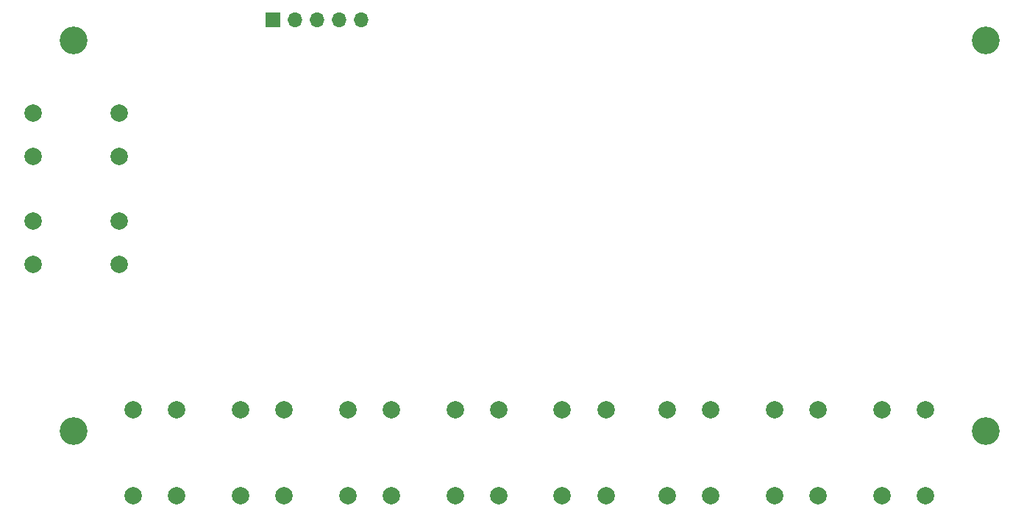
<source format=gbr>
%TF.GenerationSoftware,KiCad,Pcbnew,7.0.2-0*%
%TF.CreationDate,2024-06-30T17:20:26-07:00*%
%TF.ProjectId,Robosub_Power,526f626f-7375-4625-9f50-6f7765722e6b,rev?*%
%TF.SameCoordinates,Original*%
%TF.FileFunction,Soldermask,Bot*%
%TF.FilePolarity,Negative*%
%FSLAX46Y46*%
G04 Gerber Fmt 4.6, Leading zero omitted, Abs format (unit mm)*
G04 Created by KiCad (PCBNEW 7.0.2-0) date 2024-06-30 17:20:26*
%MOMM*%
%LPD*%
G01*
G04 APERTURE LIST*
%ADD10C,2.004000*%
%ADD11C,3.200000*%
%ADD12R,1.700000X1.700000*%
%ADD13O,1.700000X1.700000*%
G04 APERTURE END LIST*
D10*
%TO.C,J6*%
X271800000Y-190517500D03*
X271800000Y-180617500D03*
X266800000Y-190517500D03*
X266800000Y-180617500D03*
%TD*%
%TO.C,J2*%
X205882500Y-151400000D03*
X215782500Y-151400000D03*
X205882500Y-146400000D03*
X215782500Y-146400000D03*
%TD*%
%TO.C,J8*%
X247100000Y-190517500D03*
X247100000Y-180617500D03*
X242100000Y-190517500D03*
X242100000Y-180617500D03*
%TD*%
%TO.C,J9*%
X234750000Y-190517500D03*
X234750000Y-180617500D03*
X229750000Y-190517500D03*
X229750000Y-180617500D03*
%TD*%
%TO.C,J5*%
X283900000Y-190517500D03*
X283900000Y-180617500D03*
X278900000Y-190517500D03*
X278900000Y-180617500D03*
%TD*%
D11*
%TO.C,H3*%
X315500000Y-183000000D03*
%TD*%
D10*
%TO.C,J1*%
X205882500Y-163800000D03*
X215782500Y-163800000D03*
X205882500Y-158800000D03*
X215782500Y-158800000D03*
%TD*%
D11*
%TO.C,H2*%
X315500000Y-138000000D03*
%TD*%
%TO.C,H4*%
X210500000Y-183000000D03*
%TD*%
D10*
%TO.C,J7*%
X259450000Y-190517500D03*
X259450000Y-180617500D03*
X254450000Y-190517500D03*
X254450000Y-180617500D03*
%TD*%
D12*
%TO.C,J11*%
X233500000Y-135600000D03*
D13*
X236040000Y-135600000D03*
X238580000Y-135600000D03*
X241120000Y-135600000D03*
X243660000Y-135600000D03*
%TD*%
D10*
%TO.C,J3*%
X308600000Y-190517500D03*
X308600000Y-180617500D03*
X303600000Y-190517500D03*
X303600000Y-180617500D03*
%TD*%
%TO.C,J10*%
X222400000Y-190517500D03*
X222400000Y-180617500D03*
X217400000Y-190517500D03*
X217400000Y-180617500D03*
%TD*%
D11*
%TO.C,H1*%
X210500000Y-138000000D03*
%TD*%
D10*
%TO.C,J4*%
X296250000Y-190517500D03*
X296250000Y-180617500D03*
X291250000Y-190517500D03*
X291250000Y-180617500D03*
%TD*%
M02*

</source>
